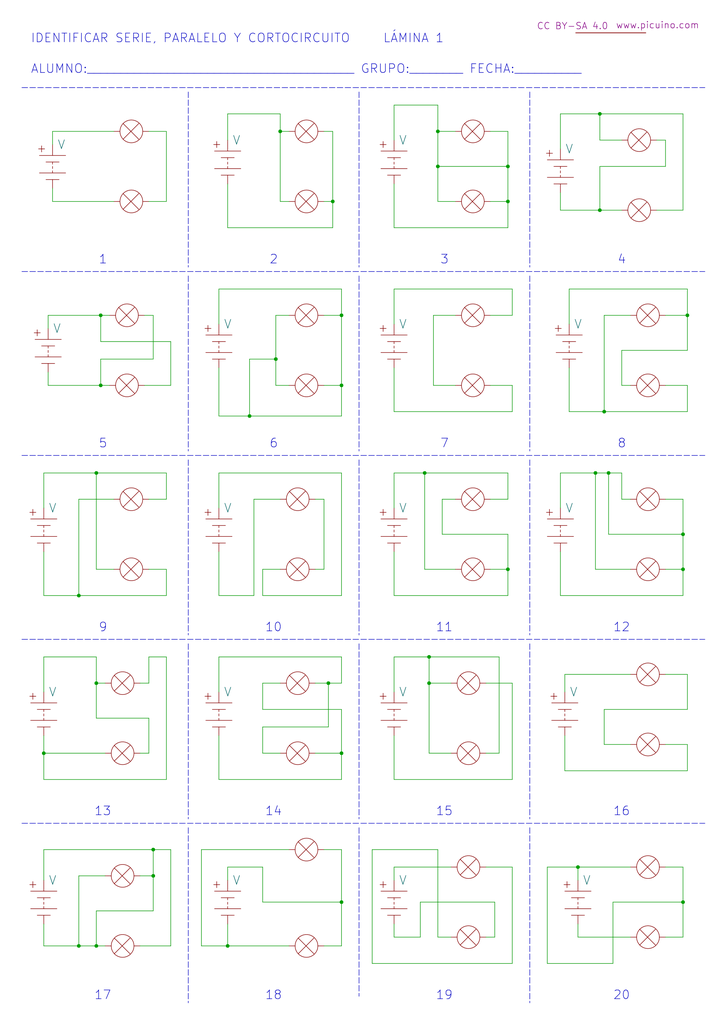
<source format=kicad_sch>
(kicad_sch (version 20231120) (generator "eeschema") (generator_version "8.0")
  (paper "A4" portrait)
  (title_block (title "Circuitos eléctricos. Identificar serie, paralelo y cortocircuito") (date "16/11/2018") (company "www.picuino.com") (comment 1 "Copyright (c) 2018 by Carlos Pardo") (comment 2 "License CC BY-SA 4.0"))
  (lib_symbols
    (symbol "electric-serie-paralelo-rescue:CopyRight-simbolos" (pin_names (offset 1.016))
      (property "License" "CC BY-SA 4.0" (at -1.27 -1.27 0))
      (property "Web" "www.picuino.com" (at 0 -1.27 0))
      (symbol "CopyRight-simbolos_0_1"
        (polyline (pts (xy -10.16 0) (xy 10.16 0)) (stroke (width 0.2032)))
      )
    )
    (symbol "electric-serie-paralelo-rescue:bateria-simbolos" (pin_names (offset 1.016))
      (property "Reference" "V" (at 5.08 -4.445 0))
      (symbol "bateria-simbolos_0_1"
        (polyline (pts (xy -4.064 -1.27) (xy -2.286 -1.27)))
        (polyline (pts (xy -3.81 -8.255) (xy 3.81 -8.255)))
        (polyline (pts (xy -3.81 -3.175) (xy 3.81 -3.175)))
        (polyline (pts (xy -3.175 -0.381) (xy -3.175 -2.159)))
        (polyline (pts (xy -1.905 -10.16) (xy 1.905 -10.16)))
        (polyline (pts (xy -1.905 -5.08) (xy 1.905 -5.08)))
        (polyline (pts (xy 0 -8.255) (xy 0 -7.62)))
        (polyline (pts (xy 0 -6.985) (xy 0 -6.35)))
        (polyline (pts (xy 0 -5.715) (xy 0 -5.08)))
      )
      (symbol "bateria-simbolos_1_1"
        (pin input line (at 0 -12.7 90) (length 2.54) (name "") (number ""))
        (pin input line (at 0 0 270) (length 3.175) (name "") (number ""))
      )
    )
    (symbol "electric-serie-paralelo-rescue:lampara-simbolos" (pin_names (offset 1.016))
      (property "Reference" "L" (at 4.445 -5.08 0))
      (symbol "lampara-simbolos_0_1"
        (circle (center 0 -5.08) (radius 3.302))
        (polyline (pts (xy -2.286 -7.493) (xy 2.286 -2.921)))
        (polyline (pts (xy -2.286 -2.921) (xy 2.286 -7.493)))
      )
      (symbol "lampara-simbolos_1_1"
        (pin input line (at 0 -10.16 90) (length 1.778) (name "") (number ""))
        (pin input line (at 0 0 270) (length 1.778) (name "") (number ""))
      )
    )
  )
  (junction (at 127 48.26))
  (junction (at 172.72 137.16))
  (junction (at 80.01 104.14))
  (junction (at 44.45 246.38))
  (junction (at 198.12 261.62))
  (junction (at 29.21 111.76))
  (junction (at 147.32 58.42))
  (junction (at 22.86 274.32))
  (junction (at 147.32 48.26))
  (junction (at 27.94 137.16))
  (junction (at 124.46 190.5))
  (junction (at 199.39 91.44))
  (junction (at 95.25 198.12))
  (junction (at 22.86 172.72))
  (junction (at 127 38.1))
  (junction (at 72.39 120.65))
  (junction (at 147.32 165.1))
  (junction (at 173.99 60.96))
  (junction (at 175.26 119.38))
  (junction (at 167.64 251.46))
  (junction (at 44.45 254))
  (junction (at 123.19 137.16))
  (junction (at 66.04 274.32))
  (junction (at 124.46 198.12))
  (junction (at 81.28 38.1))
  (junction (at 96.52 58.42))
  (junction (at 99.06 91.44))
  (junction (at 176.53 137.16))
  (junction (at 99.06 218.44))
  (junction (at 27.94 198.12))
  (junction (at 173.99 33.02))
  (junction (at 12.7 218.44))
  (junction (at 198.12 165.1))
  (junction (at 29.21 91.44))
  (junction (at 198.12 154.94))
  (junction (at 99.06 261.62))
  (junction (at 27.94 274.32))
  (junction (at 99.06 111.76))
  (wire (pts (xy 127 30.48) (xy 127 38.1)))
  (wire (pts (xy 167.64 267.97) (xy 167.64 271.78)))
  (wire (pts (xy 12.7 246.38) (xy 44.45 246.38)))
  (wire (pts (xy 63.5 226.06) (xy 63.5 213.36)))
  (polyline (pts (xy 104.14 80.01) (xy 104.14 130.81)) (stroke (width 0) (type dash)))
  (wire (pts (xy 27.94 198.12) (xy 27.94 208.28)))
  (wire (pts (xy 41.91 111.76) (xy 49.53 111.76)))
  (wire (pts (xy 81.28 33.02) (xy 81.28 38.1)))
  (wire (pts (xy 58.42 246.38) (xy 83.82 246.38)))
  (wire (pts (xy 127 271.78) (xy 127 246.38)))
  (wire (pts (xy 76.2 172.72) (xy 76.2 165.1)))
  (wire (pts (xy 199.39 119.38) (xy 199.39 111.76)))
  (wire (pts (xy 49.53 246.38) (xy 49.53 274.32)))
  (wire (pts (xy 63.5 83.82) (xy 63.5 93.98)))
  (wire (pts (xy 43.18 198.12) (xy 43.18 190.5)))
  (wire (pts (xy 72.39 120.65) (xy 72.39 104.14)))
  (wire (pts (xy 44.45 254) (xy 40.64 254)))
  (wire (pts (xy 163.83 213.36) (xy 163.83 223.52)))
  (wire (pts (xy 162.56 33.02) (xy 173.99 33.02)))
  (polyline (pts (xy 6.35 25.4) (xy 204.47 25.4)) (stroke (width 0) (type dash)))
  (wire (pts (xy 173.99 33.02) (xy 198.12 33.02)))
  (wire (pts (xy 80.01 104.14) (xy 80.01 91.44)))
  (wire (pts (xy 165.1 106.68) (xy 165.1 119.38)))
  (wire (pts (xy 76.2 205.74) (xy 99.06 205.74)))
  (wire (pts (xy 198.12 271.78) (xy 198.12 261.62)))
  (wire (pts (xy 12.7 218.44) (xy 12.7 213.36)))
  (polyline (pts (xy 104.14 186.69) (xy 104.14 237.49)) (stroke (width 0) (type dash)))
  (wire (pts (xy 99.06 190.5) (xy 99.06 198.12)))
  (wire (pts (xy 66.04 33.02) (xy 81.28 33.02)))
  (wire (pts (xy 63.5 190.5) (xy 99.06 190.5)))
  (wire (pts (xy 172.72 137.16) (xy 176.53 137.16)))
  (wire (pts (xy 198.12 60.96) (xy 190.5 60.96)))
  (wire (pts (xy 30.48 198.12) (xy 27.94 198.12)))
  (wire (pts (xy 13.97 95.25) (xy 13.97 91.44)))
  (wire (pts (xy 99.06 261.62) (xy 99.06 274.32)))
  (wire (pts (xy 114.3 137.16) (xy 114.3 147.32)))
  (wire (pts (xy 123.19 137.16) (xy 114.3 137.16)))
  (wire (pts (xy 40.64 198.12) (xy 43.18 198.12)))
  (wire (pts (xy 142.24 38.1) (xy 147.32 38.1)))
  (wire (pts (xy 198.12 165.1) (xy 198.12 172.72)))
  (wire (pts (xy 199.39 83.82) (xy 199.39 91.44)))
  (wire (pts (xy 66.04 251.46) (xy 76.2 251.46)))
  (wire (pts (xy 158.75 279.4) (xy 158.75 251.46)))
  (wire (pts (xy 76.2 251.46) (xy 76.2 261.62)))
  (wire (pts (xy 99.06 120.65) (xy 99.06 111.76)))
  (wire (pts (xy 143.51 261.62) (xy 143.51 271.78)))
  (wire (pts (xy 175.26 205.74) (xy 175.26 215.9)))
  (wire (pts (xy 27.94 274.32) (xy 22.86 274.32)))
  (wire (pts (xy 163.83 195.58) (xy 182.88 195.58)))
  (wire (pts (xy 193.04 195.58) (xy 199.39 195.58)))
  (wire (pts (xy 173.99 40.64) (xy 173.99 33.02)))
  (wire (pts (xy 180.34 101.6) (xy 199.39 101.6)))
  (wire (pts (xy 76.2 218.44) (xy 76.2 210.82)))
  (wire (pts (xy 148.59 198.12) (xy 148.59 226.06)))
  (wire (pts (xy 48.26 165.1) (xy 43.18 165.1)))
  (wire (pts (xy 199.39 205.74) (xy 175.26 205.74)))
  (wire (pts (xy 176.53 137.16) (xy 176.53 154.94)))
  (wire (pts (xy 148.59 119.38) (xy 148.59 111.76)))
  (wire (pts (xy 147.32 137.16) (xy 123.19 137.16)))
  (wire (pts (xy 29.21 111.76) (xy 31.75 111.76)))
  (wire (pts (xy 99.06 83.82) (xy 99.06 91.44)))
  (wire (pts (xy 72.39 104.14) (xy 80.01 104.14)))
  (wire (pts (xy 12.7 172.72) (xy 22.86 172.72)))
  (wire (pts (xy 125.73 91.44) (xy 125.73 111.76)))
  (wire (pts (xy 199.39 223.52) (xy 199.39 215.9)))
  (wire (pts (xy 148.59 111.76) (xy 142.24 111.76)))
  (wire (pts (xy 13.97 111.76) (xy 29.21 111.76)))
  (wire (pts (xy 124.46 198.12) (xy 124.46 190.5)))
  (wire (pts (xy 114.3 40.64) (xy 114.3 30.48)))
  (wire (pts (xy 49.53 111.76) (xy 49.53 99.06)))
  (wire (pts (xy 142.24 165.1) (xy 147.32 165.1)))
  (wire (pts (xy 147.32 144.78) (xy 147.32 137.16)))
  (wire (pts (xy 99.06 218.44) (xy 99.06 226.06)))
  (wire (pts (xy 99.06 274.32) (xy 93.98 274.32)))
  (wire (pts (xy 48.26 38.1) (xy 48.26 58.42)))
  (wire (pts (xy 44.45 91.44) (xy 44.45 104.14)))
  (wire (pts (xy 107.95 279.4) (xy 148.59 279.4)))
  (wire (pts (xy 12.7 147.32) (xy 12.7 137.16)))
  (wire (pts (xy 162.56 172.72) (xy 162.56 160.02)))
  (wire (pts (xy 167.64 255.27) (xy 167.64 251.46)))
  (wire (pts (xy 162.56 147.32) (xy 162.56 137.16)))
  (wire (pts (xy 58.42 274.32) (xy 58.42 246.38)))
  (wire (pts (xy 176.53 137.16) (xy 180.34 137.16)))
  (wire (pts (xy 162.56 137.16) (xy 172.72 137.16)))
  (wire (pts (xy 48.26 226.06) (xy 12.7 226.06)))
  (polyline (pts (xy 54.61 80.01) (xy 54.61 130.81)) (stroke (width 0) (type dash)))
  (wire (pts (xy 148.59 226.06) (xy 114.3 226.06)))
  (wire (pts (xy 44.45 246.38) (xy 44.45 254)))
  (wire (pts (xy 148.59 91.44) (xy 142.24 91.44)))
  (wire (pts (xy 76.2 198.12) (xy 76.2 205.74)))
  (wire (pts (xy 132.08 165.1) (xy 123.19 165.1)))
  (wire (pts (xy 27.94 190.5) (xy 27.94 198.12)))
  (wire (pts (xy 198.12 154.94) (xy 198.12 144.78)))
  (polyline (pts (xy 153.67 240.03) (xy 153.67 290.83)) (stroke (width 0) (type dash)))
  (wire (pts (xy 48.26 144.78) (xy 43.18 144.78)))
  (wire (pts (xy 114.3 271.78) (xy 121.92 271.78)))
  (wire (pts (xy 44.45 264.16) (xy 27.94 264.16)))
  (wire (pts (xy 96.52 38.1) (xy 96.52 58.42)))
  (wire (pts (xy 48.26 190.5) (xy 48.26 226.06)))
  (wire (pts (xy 49.53 99.06) (xy 29.21 99.06)))
  (wire (pts (xy 12.7 160.02) (xy 12.7 172.72)))
  (wire (pts (xy 127 38.1) (xy 132.08 38.1)))
  (wire (pts (xy 199.39 91.44) (xy 193.04 91.44)))
  (wire (pts (xy 199.39 195.58) (xy 199.39 205.74)))
  (wire (pts (xy 15.24 38.1) (xy 33.02 38.1)))
  (wire (pts (xy 63.5 137.16) (xy 99.06 137.16)))
  (wire (pts (xy 22.86 274.32) (xy 22.86 254)))
  (wire (pts (xy 167.64 271.78) (xy 182.88 271.78)))
  (wire (pts (xy 114.3 251.46) (xy 130.81 251.46)))
  (wire (pts (xy 29.21 104.14) (xy 29.21 111.76)))
  (wire (pts (xy 95.25 210.82) (xy 95.25 198.12)))
  (wire (pts (xy 180.34 111.76) (xy 180.34 101.6)))
  (wire (pts (xy 63.5 172.72) (xy 73.66 172.72)))
  (wire (pts (xy 177.8 261.62) (xy 177.8 279.4)))
  (wire (pts (xy 144.78 218.44) (xy 140.97 218.44)))
  (wire (pts (xy 41.91 91.44) (xy 44.45 91.44)))
  (wire (pts (xy 180.34 60.96) (xy 173.99 60.96)))
  (wire (pts (xy 128.27 144.78) (xy 132.08 144.78)))
  (wire (pts (xy 76.2 261.62) (xy 99.06 261.62)))
  (wire (pts (xy 163.83 200.66) (xy 163.83 195.58)))
  (polyline (pts (xy 104.14 26.67) (xy 104.14 77.47)) (stroke (width 0) (type dash)))
  (polyline (pts (xy 153.67 80.01) (xy 153.67 130.81)) (stroke (width 0) (type dash)))
  (wire (pts (xy 96.52 58.42) (xy 93.98 58.42)))
  (wire (pts (xy 91.44 218.44) (xy 99.06 218.44)))
  (wire (pts (xy 198.12 144.78) (xy 193.04 144.78)))
  (wire (pts (xy 193.04 48.26) (xy 193.04 40.64)))
  (wire (pts (xy 83.82 274.32) (xy 66.04 274.32)))
  (wire (pts (xy 33.02 58.42) (xy 15.24 58.42)))
  (wire (pts (xy 44.45 104.14) (xy 29.21 104.14)))
  (wire (pts (xy 193.04 271.78) (xy 198.12 271.78)))
  (wire (pts (xy 130.81 198.12) (xy 124.46 198.12)))
  (wire (pts (xy 198.12 165.1) (xy 193.04 165.1)))
  (wire (pts (xy 13.97 91.44) (xy 29.21 91.44)))
  (wire (pts (xy 147.32 58.42) (xy 142.24 58.42)))
  (wire (pts (xy 114.3 83.82) (xy 148.59 83.82)))
  (polyline (pts (xy 6.35 78.74) (xy 204.47 78.74)) (stroke (width 0) (type dash)))
  (wire (pts (xy 99.06 226.06) (xy 63.5 226.06)))
  (wire (pts (xy 93.98 144.78) (xy 93.98 165.1)))
  (wire (pts (xy 114.3 226.06) (xy 114.3 213.36)))
  (polyline (pts (xy 54.61 26.67) (xy 54.61 77.47)) (stroke (width 0) (type dash)))
  (wire (pts (xy 147.32 58.42) (xy 147.32 66.04)))
  (wire (pts (xy 81.28 198.12) (xy 76.2 198.12)))
  (wire (pts (xy 12.7 137.16) (xy 27.94 137.16)))
  (wire (pts (xy 81.28 58.42) (xy 83.82 58.42)))
  (wire (pts (xy 114.3 119.38) (xy 148.59 119.38)))
  (wire (pts (xy 91.44 144.78) (xy 93.98 144.78)))
  (wire (pts (xy 73.66 172.72) (xy 73.66 144.78)))
  (wire (pts (xy 165.1 119.38) (xy 175.26 119.38)))
  (wire (pts (xy 27.94 208.28) (xy 43.18 208.28)))
  (polyline (pts (xy 104.14 240.03) (xy 104.14 288.925)) (stroke (width 0) (type dash)))
  (wire (pts (xy 12.7 255.27) (xy 12.7 246.38)))
  (wire (pts (xy 123.19 165.1) (xy 123.19 137.16)))
  (wire (pts (xy 66.04 274.32) (xy 58.42 274.32)))
  (wire (pts (xy 180.34 40.64) (xy 173.99 40.64)))
  (wire (pts (xy 198.12 261.62) (xy 177.8 261.62)))
  (wire (pts (xy 193.04 40.64) (xy 190.5 40.64)))
  (wire (pts (xy 48.26 58.42) (xy 43.18 58.42)))
  (polyline (pts (xy 54.61 133.35) (xy 54.61 184.15)) (stroke (width 0) (type dash)))
  (wire (pts (xy 99.06 205.74) (xy 99.06 218.44)))
  (polyline (pts (xy 104.14 133.35) (xy 104.14 184.15)) (stroke (width 0) (type dash)))
  (wire (pts (xy 12.7 226.06) (xy 12.7 218.44)))
  (wire (pts (xy 162.56 60.96) (xy 162.56 55.88)))
  (wire (pts (xy 12.7 200.66) (xy 12.7 190.5)))
  (wire (pts (xy 121.92 261.62) (xy 143.51 261.62)))
  (wire (pts (xy 48.26 172.72) (xy 48.26 165.1)))
  (wire (pts (xy 22.86 274.32) (xy 12.7 274.32)))
  (wire (pts (xy 127 246.38) (xy 107.95 246.38)))
  (wire (pts (xy 107.95 246.38) (xy 107.95 279.4)))
  (wire (pts (xy 76.2 210.82) (xy 95.25 210.82)))
  (wire (pts (xy 172.72 137.16) (xy 172.72 165.1)))
  (wire (pts (xy 66.04 255.27) (xy 66.04 251.46)))
  (polyline (pts (xy 6.35 185.42) (xy 204.47 185.42)) (stroke (width 0) (type dash)))
  (wire (pts (xy 147.32 48.26) (xy 147.32 58.42)))
  (wire (pts (xy 76.2 165.1) (xy 81.28 165.1)))
  (wire (pts (xy 127 48.26) (xy 127 58.42)))
  (wire (pts (xy 175.26 119.38) (xy 199.39 119.38)))
  (wire (pts (xy 66.04 66.04) (xy 66.04 53.34)))
  (wire (pts (xy 95.25 198.12) (xy 91.44 198.12)))
  (wire (pts (xy 12.7 274.32) (xy 12.7 267.97)))
  (wire (pts (xy 199.39 215.9) (xy 193.04 215.9)))
  (wire (pts (xy 148.59 279.4) (xy 148.59 251.46)))
  (wire (pts (xy 165.1 93.98) (xy 165.1 83.82)))
  (wire (pts (xy 81.28 38.1) (xy 81.28 58.42)))
  (wire (pts (xy 63.5 83.82) (xy 99.06 83.82)))
  (wire (pts (xy 99.06 246.38) (xy 93.98 246.38)))
  (wire (pts (xy 114.3 255.27) (xy 114.3 251.46)))
  (wire (pts (xy 15.24 41.91) (xy 15.24 38.1)))
  (wire (pts (xy 172.72 165.1) (xy 182.88 165.1)))
  (wire (pts (xy 180.34 144.78) (xy 182.88 144.78)))
  (wire (pts (xy 93.98 165.1) (xy 91.44 165.1)))
  (wire (pts (xy 162.56 33.02) (xy 162.56 43.18)))
  (wire (pts (xy 73.66 144.78) (xy 81.28 144.78)))
  (wire (pts (xy 173.99 60.96) (xy 173.99 48.26)))
  (wire (pts (xy 33.02 144.78) (xy 22.86 144.78)))
  (wire (pts (xy 15.24 58.42) (xy 15.24 54.61)))
  (wire (pts (xy 124.46 218.44) (xy 124.46 198.12)))
  (wire (pts (xy 63.5 200.66) (xy 63.5 190.5)))
  (wire (pts (xy 199.39 101.6) (xy 199.39 91.44)))
  (wire (pts (xy 27.94 137.16) (xy 48.26 137.16)))
  (polyline (pts (xy 6.35 238.76) (xy 204.47 238.76)) (stroke (width 0) (type dash)))
  (wire (pts (xy 99.06 91.44) (xy 99.06 111.76)))
  (polyline (pts (xy 153.67 186.69) (xy 153.67 237.49)) (stroke (width 0) (type dash)))
  (wire (pts (xy 99.06 172.72) (xy 76.2 172.72)))
  (wire (pts (xy 198.12 261.62) (xy 198.12 251.46)))
  (wire (pts (xy 72.39 120.65) (xy 99.06 120.65)))
  (wire (pts (xy 27.94 264.16) (xy 27.94 274.32)))
  (wire (pts (xy 163.83 223.52) (xy 199.39 223.52)))
  (wire (pts (xy 43.18 208.28) (xy 43.18 218.44)))
  (wire (pts (xy 198.12 172.72) (xy 162.56 172.72)))
  (wire (pts (xy 132.08 91.44) (xy 125.73 91.44)))
  (wire (pts (xy 114.3 160.02) (xy 114.3 172.72)))
  (wire (pts (xy 177.8 279.4) (xy 158.75 279.4)))
  (wire (pts (xy 121.92 271.78) (xy 121.92 261.62)))
  (wire (pts (xy 148.59 251.46) (xy 140.97 251.46)))
  (wire (pts (xy 44.45 254) (xy 44.45 264.16)))
  (wire (pts (xy 114.3 267.97) (xy 114.3 271.78)))
  (wire (pts (xy 22.86 144.78) (xy 22.86 172.72)))
  (wire (pts (xy 80.01 104.14) (xy 80.01 111.76)))
  (wire (pts (xy 81.28 218.44) (xy 76.2 218.44)))
  (wire (pts (xy 99.06 137.16) (xy 99.06 172.72)))
  (wire (pts (xy 80.01 111.76) (xy 83.82 111.76)))
  (wire (pts (xy 80.01 91.44) (xy 83.82 91.44)))
  (wire (pts (xy 114.3 83.82) (xy 114.3 93.98)))
  (wire (pts (xy 180.34 137.16) (xy 180.34 144.78)))
  (wire (pts (xy 182.88 111.76) (xy 180.34 111.76)))
  (wire (pts (xy 176.53 154.94) (xy 198.12 154.94)))
  (wire (pts (xy 30.48 274.32) (xy 27.94 274.32)))
  (wire (pts (xy 114.3 172.72) (xy 147.32 172.72)))
  (polyline (pts (xy 153.67 26.67) (xy 153.67 77.47)) (stroke (width 0) (type dash)))
  (wire (pts (xy 13.97 107.95) (xy 13.97 111.76)))
  (wire (pts (xy 63.5 147.32) (xy 63.5 137.16)))
  (wire (pts (xy 167.64 251.46) (xy 182.88 251.46)))
  (wire (pts (xy 44.45 246.38) (xy 49.53 246.38)))
  (wire (pts (xy 114.3 66.04) (xy 114.3 53.34)))
  (wire (pts (xy 147.32 165.1) (xy 147.32 154.94)))
  (wire (pts (xy 99.06 198.12) (xy 95.25 198.12)))
  (wire (pts (xy 43.18 38.1) (xy 48.26 38.1)))
  (wire (pts (xy 43.18 190.5) (xy 48.26 190.5)))
  (wire (pts (xy 66.04 33.02) (xy 66.04 40.64)))
  (wire (pts (xy 29.21 99.06) (xy 29.21 91.44)))
  (wire (pts (xy 22.86 254) (xy 30.48 254)))
  (polyline (pts (xy 6.35 132.08) (xy 204.47 132.08)) (stroke (width 0) (type dash)))
  (wire (pts (xy 48.26 137.16) (xy 48.26 144.78)))
  (wire (pts (xy 22.86 172.72) (xy 48.26 172.72)))
  (wire (pts (xy 12.7 190.5) (xy 27.94 190.5)))
  (wire (pts (xy 127 58.42) (xy 132.08 58.42)))
  (wire (pts (xy 199.39 111.76) (xy 193.04 111.76)))
  (wire (pts (xy 175.26 215.9) (xy 182.88 215.9)))
  (wire (pts (xy 29.21 91.44) (xy 31.75 91.44)))
  (wire (pts (xy 140.97 198.12) (xy 148.59 198.12)))
  (wire (pts (xy 142.24 144.78) (xy 147.32 144.78)))
  (wire (pts (xy 127 38.1) (xy 127 48.26)))
  (wire (pts (xy 127 48.26) (xy 147.32 48.26)))
  (polyline (pts (xy 54.61 240.03) (xy 54.61 290.83)) (stroke (width 0) (type dash)))
  (wire (pts (xy 81.28 38.1) (xy 83.82 38.1)))
  (wire (pts (xy 63.5 106.68) (xy 63.5 120.65)))
  (wire (pts (xy 125.73 111.76) (xy 132.08 111.76)))
  (wire (pts (xy 147.32 38.1) (xy 147.32 48.26)))
  (wire (pts (xy 144.78 190.5) (xy 144.78 218.44)))
  (wire (pts (xy 128.27 154.94) (xy 128.27 144.78)))
  (wire (pts (xy 30.48 218.44) (xy 12.7 218.44)))
  (wire (pts (xy 173.99 60.96) (xy 162.56 60.96)))
  (wire (pts (xy 143.51 271.78) (xy 140.97 271.78)))
  (wire (pts (xy 66.04 267.97) (xy 66.04 274.32)))
  (wire (pts (xy 63.5 120.65) (xy 72.39 120.65)))
  (wire (pts (xy 33.02 165.1) (xy 27.94 165.1)))
  (wire (pts (xy 130.81 271.78) (xy 127 271.78)))
  (wire (pts (xy 114.3 200.66) (xy 114.3 190.5)))
  (wire (pts (xy 147.32 66.04) (xy 114.3 66.04)))
  (polyline (pts (xy 54.61 186.69) (xy 54.61 237.49)) (stroke (width 0) (type dash)))
  (wire (pts (xy 114.3 190.5) (xy 124.46 190.5)))
  (wire (pts (xy 114.3 106.68) (xy 114.3 119.38)))
  (wire (pts (xy 173.99 48.26) (xy 193.04 48.26)))
  (wire (pts (xy 158.75 251.46) (xy 167.64 251.46)))
  (wire (pts (xy 27.94 165.1) (xy 27.94 137.16)))
  (wire (pts (xy 182.88 91.44) (xy 175.26 91.44)))
  (wire (pts (xy 130.81 218.44) (xy 124.46 218.44)))
  (wire (pts (xy 96.52 58.42) (xy 96.52 66.04)))
  (wire (pts (xy 93.98 38.1) (xy 96.52 38.1)))
  (wire (pts (xy 165.1 83.82) (xy 199.39 83.82)))
  (wire (pts (xy 148.59 83.82) (xy 148.59 91.44)))
  (wire (pts (xy 96.52 66.04) (xy 66.04 66.04)))
  (wire (pts (xy 198.12 33.02) (xy 198.12 60.96)))
  (wire (pts (xy 147.32 172.72) (xy 147.32 165.1)))
  (wire (pts (xy 49.53 274.32) (xy 40.64 274.32)))
  (wire (pts (xy 147.32 154.94) (xy 128.27 154.94)))
  (wire (pts (xy 63.5 160.02) (xy 63.5 172.72)))
  (wire (pts (xy 99.06 111.76) (xy 93.98 111.76)))
  (wire (pts (xy 198.12 251.46) (xy 193.04 251.46)))
  (wire (pts (xy 198.12 154.94) (xy 198.12 165.1)))
  (wire (pts (xy 114.3 30.48) (xy 127 30.48)))
  (wire (pts (xy 99.06 261.62) (xy 99.06 246.38)))
  (polyline (pts (xy 153.67 133.35) (xy 153.67 184.15)) (stroke (width 0) (type dash)))
  (wire (pts (xy 175.26 91.44) (xy 175.26 119.38)))
  (wire (pts (xy 93.98 91.44) (xy 99.06 91.44)))
  (wire (pts (xy 124.46 190.5) (xy 144.78 190.5)))
  (wire (pts (xy 43.18 218.44) (xy 40.64 218.44)))
  (text "4" (at 179.07 76.835 0) (effects (font (size 2.54 2.54)) (justify left bottom)))
  (text "10" (at 76.835 183.515 0) (effects (font (size 2.54 2.54)) (justify left bottom)))
  (text "1" (at 28.575 76.835 0) (effects (font (size 2.54 2.54)) (justify left bottom)))
  (text "6" (at 78.105 130.175 0) (effects (font (size 2.54 2.54)) (justify left bottom)))
  (text "20" (at 177.8 290.195 0) (effects (font (size 2.54 2.54)) (justify left bottom)))
  (text "5" (at 28.575 130.175 0) (effects (font (size 2.54 2.54)) (justify left bottom)))
  (text "3" (at 127.635 76.835 0) (effects (font (size 2.54 2.54)) (justify left bottom)))
  (text "18" (at 76.835 290.195 0) (effects (font (size 2.54 2.54)) (justify left bottom)))
  (text "15" (at 126.365 236.855 0) (effects (font (size 2.54 2.54)) (justify left bottom)))
  (text "14" (at 76.835 236.855 0) (effects (font (size 2.54 2.54)) (justify left bottom)))
  (text "12" (at 177.8 183.515 0) (effects (font (size 2.54 2.54)) (justify left bottom)))
  (text "9" (at 28.575 183.515 0) (effects (font (size 2.54 2.54)) (justify left bottom)))
  (text "2" (at 78.105 76.835 0) (effects (font (size 2.54 2.54)) (justify left bottom)))
  (text "17" (at 27.305 290.195 0) (effects (font (size 2.54 2.54)) (justify left bottom)))
  (text "ALUMNO:________________________________________ GRUPO:________ FECHA:__________\n" (at 8.89 21.59 0) (effects (font (size 2.54 2.54)) (justify left bottom)))
  (text "13" (at 27.305 236.855 0) (effects (font (size 2.54 2.54)) (justify left bottom)))
  (text "8" (at 179.07 130.175 0) (effects (font (size 2.54 2.54)) (justify left bottom)))
  (text "16" (at 177.8 236.855 0) (effects (font (size 2.54 2.54)) (justify left bottom)))
  (text "11" (at 126.365 183.515 0) (effects (font (size 2.54 2.54)) (justify left bottom)))
  (text "7" (at 127.635 130.175 0) (effects (font (size 2.54 2.54)) (justify left bottom)))
  (text "19" (at 126.365 290.195 0) (effects (font (size 2.54 2.54)) (justify left bottom)))
  (text "IDENTIFICAR SERIE, PARALELO Y CORTOCIRCUITO     LÁMINA 1" (at 8.89 12.7 0) (effects (font (size 2.54 2.54)) (justify left bottom)))
  (symbol (lib_id "electric-serie-paralelo-rescue:lampara-simbolos") (at 43.18 38.1 270) (unit 1)
    (property "Reference" "L1" (effects (hide yes)))
    (property "Value" "lampara" (effects (hide yes)))
  )
  (symbol (lib_id "electric-serie-paralelo-rescue:lampara-simbolos") (at 43.18 58.42 270) (unit 1)
    (property "Reference" "L5" (effects (hide yes)))
    (property "Value" "lampara" (effects (hide yes)))
  )
  (symbol (lib_id "electric-serie-paralelo-rescue:bateria-simbolos") (at 162.56 43.18 0) (unit 1)
    (property "Reference" "V" (at 163.83 43.18 0) (effects (font (size 2.54 2.54)) (justify left)))
    (property "Value" "bateria" (effects (hide yes)))
  )
  (symbol (lib_id "electric-serie-paralelo-rescue:lampara-simbolos") (at 93.98 38.1 270) (unit 1)
    (property "Reference" "L2" (effects (hide yes)))
    (property "Value" "lampara" (effects (hide yes)))
  )
  (symbol (lib_id "electric-serie-paralelo-rescue:lampara-simbolos") (at 93.98 58.42 270) (unit 1)
    (property "Reference" "L6" (effects (hide yes)))
    (property "Value" "lampara" (effects (hide yes)))
  )
  (symbol (lib_id "electric-serie-paralelo-rescue:lampara-simbolos") (at 190.5 40.64 270) (unit 1)
    (property "Reference" "L4" (effects (hide yes)))
    (property "Value" "lampara" (effects (hide yes)))
  )
  (symbol (lib_id "electric-serie-paralelo-rescue:lampara-simbolos") (at 190.5 60.96 270) (unit 1)
    (property "Reference" "L8" (effects (hide yes)))
    (property "Value" "lampara" (effects (hide yes)))
  )
  (symbol (lib_id "electric-serie-paralelo-rescue:bateria-simbolos") (at 66.04 40.64 0) (unit 1)
    (property "Reference" "V" (at 67.31 40.64 0) (effects (font (size 2.54 2.54)) (justify left)))
    (property "Value" "bateria" (effects (hide yes)))
  )
  (symbol (lib_id "electric-serie-paralelo-rescue:lampara-simbolos") (at 93.98 91.44 270) (unit 1)
    (property "Reference" "L10" (effects (hide yes)))
    (property "Value" "lampara" (effects (hide yes)))
  )
  (symbol (lib_id "electric-serie-paralelo-rescue:lampara-simbolos") (at 93.98 111.76 270) (unit 1)
    (property "Reference" "L14" (effects (hide yes)))
    (property "Value" "lampara" (effects (hide yes)))
  )
  (symbol (lib_id "electric-serie-paralelo-rescue:bateria-simbolos") (at 165.1 93.98 0) (unit 1)
    (property "Reference" "V" (at 166.37 93.98 0) (effects (font (size 2.54 2.54)) (justify left)))
    (property "Value" "bateria" (effects (hide yes)))
  )
  (symbol (lib_id "electric-serie-paralelo-rescue:lampara-simbolos") (at 41.91 91.44 270) (unit 1)
    (property "Reference" "L9" (effects (hide yes)))
    (property "Value" "lampara" (effects (hide yes)))
  )
  (symbol (lib_id "electric-serie-paralelo-rescue:lampara-simbolos") (at 41.91 111.76 270) (unit 1)
    (property "Reference" "L13" (effects (hide yes)))
    (property "Value" "lampara" (effects (hide yes)))
  )
  (symbol (lib_id "electric-serie-paralelo-rescue:bateria-simbolos") (at 114.3 93.98 0) (unit 1)
    (property "Reference" "V" (at 115.57 93.98 0) (effects (font (size 2.54 2.54)) (justify left)))
    (property "Value" "bateria" (effects (hide yes)))
  )
  (symbol (lib_id "electric-serie-paralelo-rescue:lampara-simbolos") (at 43.18 144.78 270) (unit 1)
    (property "Reference" "L17" (effects (hide yes)))
    (property "Value" "lampara" (effects (hide yes)))
  )
  (symbol (lib_id "electric-serie-paralelo-rescue:lampara-simbolos") (at 43.18 165.1 270) (unit 1)
    (property "Reference" "L21" (effects (hide yes)))
    (property "Value" "lampara" (effects (hide yes)))
  )
  (symbol (lib_id "electric-serie-paralelo-rescue:bateria-simbolos") (at 12.7 147.32 0) (unit 1)
    (property "Reference" "V" (at 13.97 147.32 0) (effects (font (size 2.54 2.54)) (justify left)))
    (property "Value" "bateria" (effects (hide yes)))
  )
  (symbol (lib_id "electric-serie-paralelo-rescue:lampara-simbolos") (at 142.24 91.44 270) (unit 1)
    (property "Reference" "L11" (effects (hide yes)))
    (property "Value" "lampara" (effects (hide yes)))
  )
  (symbol (lib_id "electric-serie-paralelo-rescue:lampara-simbolos") (at 142.24 111.76 270) (unit 1)
    (property "Reference" "L15" (effects (hide yes)))
    (property "Value" "lampara" (effects (hide yes)))
  )
  (symbol (lib_id "electric-serie-paralelo-rescue:bateria-simbolos") (at 13.97 95.25 0) (unit 1)
    (property "Reference" "V" (at 15.24 95.25 0) (effects (font (size 2.54 2.54)) (justify left)))
    (property "Value" "bateria" (effects (hide yes)))
  )
  (symbol (lib_id "electric-serie-paralelo-rescue:lampara-simbolos") (at 193.04 91.44 270) (unit 1)
    (property "Reference" "L12" (effects (hide yes)))
    (property "Value" "lampara" (effects (hide yes)))
  )
  (symbol (lib_id "electric-serie-paralelo-rescue:lampara-simbolos") (at 193.04 111.76 270) (unit 1)
    (property "Reference" "L16" (effects (hide yes)))
    (property "Value" "lampara" (effects (hide yes)))
  )
  (symbol (lib_id "electric-serie-paralelo-rescue:bateria-simbolos") (at 63.5 93.98 0) (unit 1)
    (property "Reference" "V" (at 64.77 93.98 0) (effects (font (size 2.54 2.54)) (justify left)))
    (property "Value" "bateria" (effects (hide yes)))
  )
  (symbol (lib_id "electric-serie-paralelo-rescue:bateria-simbolos") (at 114.3 40.64 0) (unit 1)
    (property "Reference" "V" (at 115.57 40.64 0) (effects (font (size 2.54 2.54)) (justify left)))
    (property "Value" "bateria" (effects (hide yes)))
  )
  (symbol (lib_id "electric-serie-paralelo-rescue:lampara-simbolos") (at 91.44 144.78 270) (unit 1)
    (property "Reference" "L18" (effects (hide yes)))
    (property "Value" "lampara" (effects (hide yes)))
  )
  (symbol (lib_id "electric-serie-paralelo-rescue:lampara-simbolos") (at 91.44 165.1 270) (unit 1)
    (property "Reference" "L22" (effects (hide yes)))
    (property "Value" "lampara" (effects (hide yes)))
  )
  (symbol (lib_id "electric-serie-paralelo-rescue:bateria-simbolos") (at 63.5 147.32 0) (unit 1)
    (property "Reference" "V" (at 64.77 147.32 0) (effects (font (size 2.54 2.54)) (justify left)))
    (property "Value" "bateria" (effects (hide yes)))
  )
  (symbol (lib_id "electric-serie-paralelo-rescue:lampara-simbolos") (at 142.24 144.78 270) (unit 1)
    (property "Reference" "L19" (effects (hide yes)))
    (property "Value" "lampara" (effects (hide yes)))
  )
  (symbol (lib_id "electric-serie-paralelo-rescue:lampara-simbolos") (at 142.24 165.1 270) (unit 1)
    (property "Reference" "L23" (effects (hide yes)))
    (property "Value" "lampara" (effects (hide yes)))
  )
  (symbol (lib_id "electric-serie-paralelo-rescue:bateria-simbolos") (at 114.3 147.32 0) (unit 1)
    (property "Reference" "V" (at 115.57 147.32 0) (effects (font (size 2.54 2.54)) (justify left)))
    (property "Value" "bateria" (effects (hide yes)))
  )
  (symbol (lib_id "electric-serie-paralelo-rescue:lampara-simbolos") (at 142.24 38.1 270) (unit 1)
    (property "Reference" "L3" (effects (hide yes)))
    (property "Value" "lampara" (effects (hide yes)))
  )
  (symbol (lib_id "electric-serie-paralelo-rescue:lampara-simbolos") (at 142.24 58.42 270) (unit 1)
    (property "Reference" "L7" (effects (hide yes)))
    (property "Value" "lampara" (effects (hide yes)))
  )
  (symbol (lib_id "electric-serie-paralelo-rescue:bateria-simbolos") (at 15.24 41.91 0) (unit 1)
    (property "Reference" "V" (at 16.51 41.91 0) (effects (font (size 2.54 2.54)) (justify left)))
    (property "Value" "bateria" (effects (hide yes)))
  )
  (symbol (lib_id "electric-serie-paralelo-rescue:lampara-simbolos") (at 193.04 144.78 270) (unit 1)
    (property "Reference" "L20" (effects (hide yes)))
    (property "Value" "lampara" (effects (hide yes)))
  )
  (symbol (lib_id "electric-serie-paralelo-rescue:lampara-simbolos") (at 193.04 165.1 270) (unit 1)
    (property "Reference" "L24" (effects (hide yes)))
    (property "Value" "lampara" (effects (hide yes)))
  )
  (symbol (lib_id "electric-serie-paralelo-rescue:bateria-simbolos") (at 162.56 147.32 0) (unit 1)
    (property "Reference" "V" (at 163.83 147.32 0) (effects (font (size 2.54 2.54)) (justify left)))
    (property "Value" "bateria" (effects (hide yes)))
  )
  (symbol (lib_id "electric-serie-paralelo-rescue:lampara-simbolos") (at 40.64 198.12 270) (unit 1)
    (property "Reference" "L26" (effects (hide yes)))
    (property "Value" "lampara" (effects (hide yes)))
  )
  (symbol (lib_id "electric-serie-paralelo-rescue:lampara-simbolos") (at 40.64 218.44 270) (unit 1)
    (property "Reference" "L30" (effects (hide yes)))
    (property "Value" "lampara" (effects (hide yes)))
  )
  (symbol (lib_id "electric-serie-paralelo-rescue:bateria-simbolos") (at 12.7 200.66 0) (unit 1)
    (property "Reference" "V" (at 13.97 200.66 0) (effects (font (size 2.54 2.54)) (justify left)))
    (property "Value" "bateria" (effects (hide yes)))
  )
  (symbol (lib_id "electric-serie-paralelo-rescue:lampara-simbolos") (at 91.44 198.12 270) (unit 1)
    (property "Reference" "L27" (effects (hide yes)))
    (property "Value" "lampara" (effects (hide yes)))
  )
  (symbol (lib_id "electric-serie-paralelo-rescue:lampara-simbolos") (at 91.44 218.44 270) (unit 1)
    (property "Reference" "L31" (effects (hide yes)))
    (property "Value" "lampara" (effects (hide yes)))
  )
  (symbol (lib_id "electric-serie-paralelo-rescue:bateria-simbolos") (at 63.5 200.66 0) (unit 1)
    (property "Reference" "V" (at 64.77 200.66 0) (effects (font (size 2.54 2.54)) (justify left)))
    (property "Value" "bateria" (effects (hide yes)))
  )
  (symbol (lib_id "electric-serie-paralelo-rescue:lampara-simbolos") (at 140.97 198.12 270) (unit 1)
    (property "Reference" "L28" (effects (hide yes)))
    (property "Value" "lampara" (effects (hide yes)))
  )
  (symbol (lib_id "electric-serie-paralelo-rescue:lampara-simbolos") (at 140.97 218.44 270) (unit 1)
    (property "Reference" "L32" (effects (hide yes)))
    (property "Value" "lampara" (effects (hide yes)))
  )
  (symbol (lib_id "electric-serie-paralelo-rescue:bateria-simbolos") (at 114.3 200.66 0) (unit 1)
    (property "Reference" "V" (at 115.57 200.66 0) (effects (font (size 2.54 2.54)) (justify left)))
    (property "Value" "bateria" (effects (hide yes)))
  )
  (symbol (lib_id "electric-serie-paralelo-rescue:lampara-simbolos") (at 193.04 195.58 270) (unit 1)
    (property "Reference" "L25" (effects (hide yes)))
    (property "Value" "lampara" (effects (hide yes)))
  )
  (symbol (lib_id "electric-serie-paralelo-rescue:lampara-simbolos") (at 193.04 215.9 270) (unit 1)
    (property "Reference" "L29" (effects (hide yes)))
    (property "Value" "lampara" (effects (hide yes)))
  )
  (symbol (lib_id "electric-serie-paralelo-rescue:bateria-simbolos") (at 163.83 200.66 0) (unit 1)
    (property "Reference" "V" (at 165.1 200.66 0) (effects (font (size 2.54 2.54)) (justify left)))
    (property "Value" "bateria" (effects (hide yes)))
  )
  (symbol (lib_id "electric-serie-paralelo-rescue:lampara-simbolos") (at 40.64 254 270) (unit 1)
    (property "Reference" "L36" (effects (hide yes)))
    (property "Value" "lampara" (effects (hide yes)))
  )
  (symbol (lib_id "electric-serie-paralelo-rescue:lampara-simbolos") (at 40.64 274.32 270) (unit 1)
    (property "Reference" "L39" (effects (hide yes)))
    (property "Value" "lampara" (effects (hide yes)))
  )
  (symbol (lib_id "electric-serie-paralelo-rescue:bateria-simbolos") (at 12.7 255.27 0) (unit 1)
    (property "Reference" "V" (at 13.97 255.27 0) (effects (font (size 2.54 2.54)) (justify left)))
    (property "Value" "bateria" (effects (hide yes)))
  )
  (symbol (lib_id "electric-serie-paralelo-rescue:lampara-simbolos") (at 93.98 246.38 270) (unit 1)
    (property "Reference" "L33" (effects (hide yes)))
    (property "Value" "lampara" (effects (hide yes)))
  )
  (symbol (lib_id "electric-serie-paralelo-rescue:lampara-simbolos") (at 93.98 274.32 270) (unit 1)
    (property "Reference" "L40" (effects (hide yes)))
    (property "Value" "lampara" (effects (hide yes)))
  )
  (symbol (lib_id "electric-serie-paralelo-rescue:bateria-simbolos") (at 114.3 255.27 0) (unit 1)
    (property "Reference" "V" (at 115.57 255.27 0) (effects (font (size 2.54 2.54)) (justify left)))
    (property "Value" "bateria" (effects (hide yes)))
  )
  (symbol (lib_id "electric-serie-paralelo-rescue:lampara-simbolos") (at 140.97 251.46 270) (unit 1)
    (property "Reference" "L34" (effects (hide yes)))
    (property "Value" "lampara" (effects (hide yes)))
  )
  (symbol (lib_id "electric-serie-paralelo-rescue:lampara-simbolos") (at 140.97 271.78 270) (unit 1)
    (property "Reference" "L37" (effects (hide yes)))
    (property "Value" "lampara" (effects (hide yes)))
  )
  (symbol (lib_id "electric-serie-paralelo-rescue:bateria-simbolos") (at 167.64 255.27 0) (unit 1)
    (property "Reference" "V" (at 168.91 255.27 0) (effects (font (size 2.54 2.54)) (justify left)))
    (property "Value" "bateria" (effects (hide yes)))
  )
  (symbol (lib_id "electric-serie-paralelo-rescue:lampara-simbolos") (at 193.04 251.46 270) (unit 1)
    (property "Reference" "L35" (effects (hide yes)))
    (property "Value" "lampara" (effects (hide yes)))
  )
  (symbol (lib_id "electric-serie-paralelo-rescue:lampara-simbolos") (at 193.04 271.78 270) (unit 1)
    (property "Reference" "L38" (effects (hide yes)))
    (property "Value" "lampara" (effects (hide yes)))
  )
  (symbol (lib_id "electric-serie-paralelo-rescue:bateria-simbolos") (at 66.04 255.27 0) (unit 1)
    (property "Reference" "V" (at 67.31 255.27 0) (effects (font (size 2.54 2.54)) (justify left)))
    (property "Value" "bateria" (effects (hide yes)))
  )
  (symbol (lib_id "electric-serie-paralelo-rescue:CopyRight-simbolos") (at 177.165 9.525 0) (unit 1)
    (property "Reference" "CP2" (effects (hide yes)))
    (property "Value" "CopyRight" (effects (hide yes)))
    (property "License" "CC BY-SA 4.0" (at 176.53 7.493 0) (effects (font (size 1.905 1.905)) (justify right)))
    (property "Web" "www.picuino.com" (at 178.562 7.239 0) (effects (font (size 1.905 1.905)) (justify left)))
  )
  (sheet (at 231.14 27.94) (size 53.34 33.02)
    (property "Sheetname" "electric-serie-paralelo-2" (at 231.14 26.5934 0) (effects (font (size 2.54 2.54)) (justify left bottom)))
    (property "Sheetfile" "electric-serie-paralelo-2.kicad_sch" (at 231.14 62.0526 0) (effects (font (size 2.54 2.54)) (justify left top)))
  )
)
</source>
